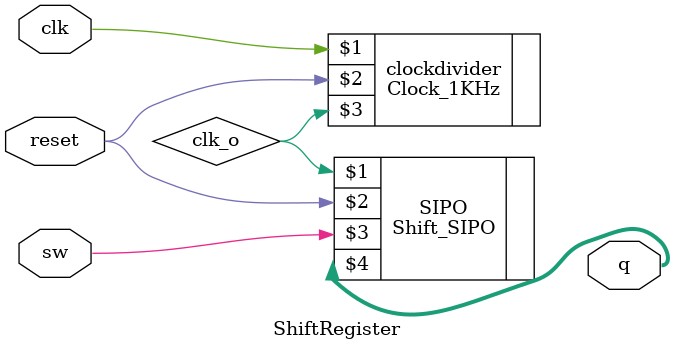
<source format=v>
`timescale 1ns / 1ps
module ShiftRegister(
input wire clk, reset, sw, 
output wire [7:0] q );
wire clk_o ;
//wire load, lr;
//assign load = q[0] + q[7];
//TFF F0 (1'b1, load, reset, lr);
Clock_1KHz clockdivider (clk,reset,clk_o);
Shift_SIPO SIPO (clk_o,reset,sw,q);
//assign s_in =(lr == 0)?q[0]: q[7];
endmodule

</source>
